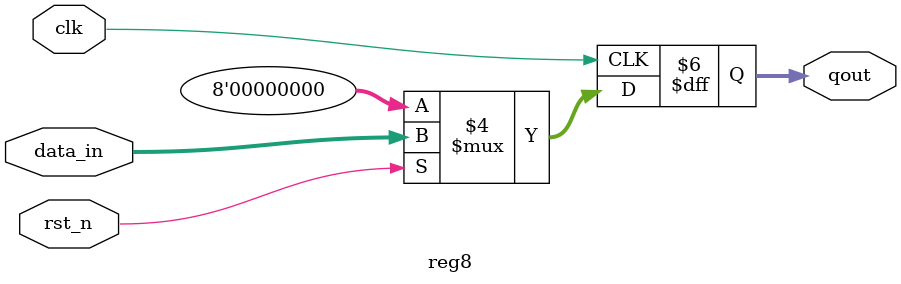
<source format=v>

module reg8(data_in,clk,qout,rst_n);
   input [7:0] data_in;
	input clk,rst_n;
	output reg [7:0] qout;
	always@(posedge clk)begin
	  if(!rst_n) begin
	   qout<=8'h00;
		end
	  else
	   qout<=data_in;
	end
endmodule	
	
</source>
